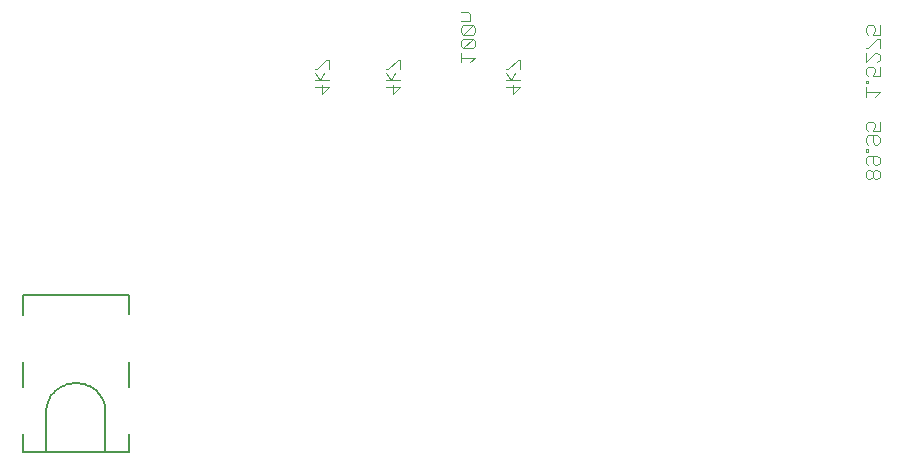
<source format=gbo>
G75*
%MOIN*%
%OFA0B0*%
%FSLAX24Y24*%
%IPPOS*%
%LPD*%
%AMOC8*
5,1,8,0,0,1.08239X$1,22.5*
%
%ADD10C,0.0040*%
%ADD11C,0.0080*%
D10*
X017325Y013045D02*
X017325Y013352D01*
X017248Y013505D02*
X017402Y013736D01*
X017555Y013889D02*
X017555Y014196D01*
X017479Y014196D01*
X017172Y013889D01*
X017095Y013889D01*
X017095Y013736D02*
X017248Y013505D01*
X017095Y013505D02*
X017555Y013505D01*
X017555Y013275D02*
X017325Y013045D01*
X017095Y013275D02*
X017555Y013275D01*
X019470Y013275D02*
X019930Y013275D01*
X019700Y013045D01*
X019700Y013352D01*
X019623Y013505D02*
X019777Y013736D01*
X019930Y013889D02*
X019930Y014196D01*
X019854Y014196D01*
X019547Y013889D01*
X019470Y013889D01*
X019470Y013736D02*
X019623Y013505D01*
X019470Y013505D02*
X019930Y013505D01*
X021970Y014108D02*
X021970Y014414D01*
X021970Y014261D02*
X022430Y014261D01*
X022277Y014108D01*
X022354Y014568D02*
X022047Y014568D01*
X022354Y014875D01*
X022047Y014875D01*
X021970Y014798D01*
X021970Y014645D01*
X022047Y014568D01*
X022354Y014568D02*
X022430Y014645D01*
X022430Y014798D01*
X022354Y014875D01*
X022354Y015028D02*
X022047Y015028D01*
X022354Y015335D01*
X022047Y015335D01*
X021970Y015258D01*
X021970Y015105D01*
X022047Y015028D01*
X022354Y015028D02*
X022430Y015105D01*
X022430Y015258D01*
X022354Y015335D01*
X022277Y015489D02*
X022277Y015719D01*
X022200Y015796D01*
X021970Y015796D01*
X021970Y015489D02*
X022277Y015489D01*
X023854Y014196D02*
X023547Y013889D01*
X023470Y013889D01*
X023470Y013736D02*
X023623Y013505D01*
X023777Y013736D01*
X023930Y013889D02*
X023930Y014196D01*
X023854Y014196D01*
X023930Y013505D02*
X023470Y013505D01*
X023470Y013275D02*
X023930Y013275D01*
X023700Y013045D01*
X023700Y013352D01*
X035458Y013495D02*
X035458Y013418D01*
X035534Y013418D01*
X035534Y013495D01*
X035458Y013495D01*
X035534Y013648D02*
X035458Y013725D01*
X035458Y013878D01*
X035534Y013955D01*
X035688Y013955D01*
X035764Y013878D01*
X035764Y013802D01*
X035688Y013648D01*
X035918Y013648D01*
X035918Y013955D01*
X035841Y014108D02*
X035918Y014185D01*
X035918Y014339D01*
X035841Y014415D01*
X035764Y014415D01*
X035458Y014108D01*
X035458Y014415D01*
X035458Y014569D02*
X035534Y014569D01*
X035841Y014876D01*
X035918Y014876D01*
X035918Y014569D01*
X035918Y015029D02*
X035688Y015029D01*
X035764Y015183D01*
X035764Y015259D01*
X035688Y015336D01*
X035534Y015336D01*
X035458Y015259D01*
X035458Y015106D01*
X035534Y015029D01*
X035918Y015029D02*
X035918Y015336D01*
X035458Y013264D02*
X035458Y012958D01*
X035458Y013111D02*
X035918Y013111D01*
X035764Y012958D01*
X035688Y012126D02*
X035534Y012126D01*
X035458Y012049D01*
X035458Y011896D01*
X035534Y011819D01*
X035534Y011665D02*
X035841Y011665D01*
X035918Y011589D01*
X035918Y011435D01*
X035841Y011358D01*
X035764Y011358D01*
X035688Y011435D01*
X035688Y011665D01*
X035534Y011665D02*
X035458Y011589D01*
X035458Y011435D01*
X035534Y011358D01*
X035534Y011205D02*
X035458Y011205D01*
X035458Y011128D01*
X035534Y011128D01*
X035534Y011205D01*
X035534Y010975D02*
X035841Y010975D01*
X035918Y010898D01*
X035918Y010745D01*
X035841Y010668D01*
X035764Y010668D01*
X035688Y010745D01*
X035688Y010975D01*
X035534Y010975D02*
X035458Y010898D01*
X035458Y010745D01*
X035534Y010668D01*
X035534Y010514D02*
X035458Y010438D01*
X035458Y010284D01*
X035534Y010208D01*
X035611Y010208D01*
X035688Y010284D01*
X035688Y010438D01*
X035611Y010514D01*
X035534Y010514D01*
X035688Y010438D02*
X035764Y010514D01*
X035841Y010514D01*
X035918Y010438D01*
X035918Y010284D01*
X035841Y010208D01*
X035764Y010208D01*
X035688Y010284D01*
X035688Y011819D02*
X035764Y011972D01*
X035764Y012049D01*
X035688Y012126D01*
X035918Y012126D02*
X035918Y011819D01*
X035688Y011819D01*
D11*
X007353Y001713D02*
X007353Y001122D01*
X008141Y001122D01*
X008141Y002500D01*
X008145Y002559D01*
X008154Y002618D01*
X008166Y002676D01*
X008181Y002733D01*
X008200Y002789D01*
X008223Y002844D01*
X008249Y002897D01*
X008278Y002949D01*
X008310Y002998D01*
X008346Y003046D01*
X008384Y003091D01*
X008425Y003134D01*
X008469Y003174D01*
X008515Y003211D01*
X008563Y003245D01*
X008614Y003276D01*
X008666Y003304D01*
X008720Y003328D01*
X008775Y003349D01*
X008832Y003367D01*
X008890Y003381D01*
X008948Y003391D01*
X009007Y003398D01*
X009066Y003401D01*
X009125Y003400D01*
X009184Y003401D01*
X009243Y003398D01*
X009302Y003391D01*
X009360Y003381D01*
X009418Y003367D01*
X009475Y003349D01*
X009530Y003328D01*
X009584Y003304D01*
X009636Y003276D01*
X009687Y003245D01*
X009735Y003211D01*
X009781Y003174D01*
X009825Y003134D01*
X009866Y003091D01*
X009904Y003046D01*
X009940Y002998D01*
X009972Y002949D01*
X010001Y002897D01*
X010027Y002844D01*
X010050Y002789D01*
X010069Y002733D01*
X010084Y002676D01*
X010096Y002618D01*
X010105Y002559D01*
X010109Y002500D01*
X010109Y001122D01*
X008141Y001122D01*
X010109Y001122D02*
X010897Y001122D01*
X010897Y001713D01*
X010897Y003287D02*
X010897Y004114D01*
X010897Y005728D02*
X010897Y006358D01*
X007353Y006358D01*
X007353Y005689D01*
X007353Y004114D02*
X007353Y003287D01*
M02*

</source>
